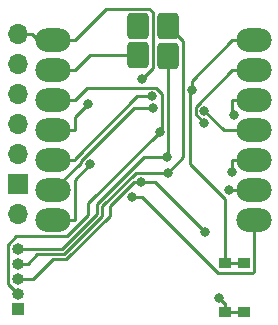
<source format=gbr>
%TF.GenerationSoftware,KiCad,Pcbnew,(7.0.0-0)*%
%TF.CreationDate,2023-03-02T20:45:30+01:00*%
%TF.ProjectId,OpenKNXiaO-Mini,4f70656e-4b4e-4586-9961-4f2d4d696e69,1.3*%
%TF.SameCoordinates,Original*%
%TF.FileFunction,Copper,L2,Bot*%
%TF.FilePolarity,Positive*%
%FSLAX46Y46*%
G04 Gerber Fmt 4.6, Leading zero omitted, Abs format (unit mm)*
G04 Created by KiCad (PCBNEW (7.0.0-0)) date 2023-03-02 20:45:30*
%MOMM*%
%LPD*%
G01*
G04 APERTURE LIST*
G04 Aperture macros list*
%AMRoundRect*
0 Rectangle with rounded corners*
0 $1 Rounding radius*
0 $2 $3 $4 $5 $6 $7 $8 $9 X,Y pos of 4 corners*
0 Add a 4 corners polygon primitive as box body*
4,1,4,$2,$3,$4,$5,$6,$7,$8,$9,$2,$3,0*
0 Add four circle primitives for the rounded corners*
1,1,$1+$1,$2,$3*
1,1,$1+$1,$4,$5*
1,1,$1+$1,$6,$7*
1,1,$1+$1,$8,$9*
0 Add four rect primitives between the rounded corners*
20,1,$1+$1,$2,$3,$4,$5,0*
20,1,$1+$1,$4,$5,$6,$7,0*
20,1,$1+$1,$6,$7,$8,$9,0*
20,1,$1+$1,$8,$9,$2,$3,0*%
G04 Aperture macros list end*
%TA.AperFunction,ComponentPad*%
%ADD10R,1.000000X1.000000*%
%TD*%
%TA.AperFunction,ComponentPad*%
%ADD11O,1.000000X1.000000*%
%TD*%
%TA.AperFunction,ComponentPad*%
%ADD12O,1.700000X1.700000*%
%TD*%
%TA.AperFunction,ComponentPad*%
%ADD13R,1.700000X1.700000*%
%TD*%
%TA.AperFunction,SMDPad,CuDef*%
%ADD14O,3.000000X2.000000*%
%TD*%
%TA.AperFunction,ComponentPad*%
%ADD15RoundRect,0.270000X-0.630000X-0.830000X0.630000X-0.830000X0.630000X0.830000X-0.630000X0.830000X0*%
%TD*%
%TA.AperFunction,SMDPad,CuDef*%
%ADD16R,1.000000X0.900000*%
%TD*%
%TA.AperFunction,ViaPad*%
%ADD17C,0.800000*%
%TD*%
%TA.AperFunction,Conductor*%
%ADD18C,0.250000*%
%TD*%
G04 APERTURE END LIST*
D10*
%TO.P,J6,1,Pin_1*%
%TO.N,KNX_GND*%
X113139999Y-125349999D03*
D11*
%TO.P,J6,2,Pin_2*%
%TO.N,S_3V3*%
X113139999Y-124079999D03*
%TO.P,J6,3,Pin_3*%
%TO.N,SWCLK*%
X113139999Y-122809999D03*
%TO.P,J6,4,Pin_4*%
%TO.N,SWDIO*%
X113139999Y-121539999D03*
%TO.P,J6,5,Pin_5*%
%TO.N,RESET*%
X113139999Y-120269999D03*
%TD*%
D12*
%TO.P,GN1,1,KNX+*%
%TO.N,KNX+*%
X113139999Y-117309999D03*
D13*
%TO.P,GN1,2,GND*%
%TO.N,KNX_GND*%
X113139999Y-114769999D03*
D12*
%TO.P,GN1,3,SAVE*%
%TO.N,KNX_SAVE*%
X113139999Y-112229999D03*
%TO.P,GN1,4,Rx*%
%TO.N,KNX_RX*%
X113139999Y-109689999D03*
%TO.P,GN1,5,Tx*%
%TO.N,KNX_TX*%
X113139999Y-107149999D03*
%TO.P,GN1,6,3V3*%
%TO.N,unconnected-(GN1-3V3-Pad6)*%
X113139999Y-104609999D03*
%TO.P,GN1,7,Vcc2*%
%TO.N,KNX_5V*%
X113139999Y-102069999D03*
%TD*%
D14*
%TO.P,U1,1,PA02_A0_D0*%
%TO.N,D0*%
X133110013Y-102635785D03*
%TO.P,U1,2,PA4_A1_D1*%
%TO.N,D1*%
X133110013Y-105175785D03*
%TO.P,U1,3,PA10_A2_D2*%
%TO.N,D2*%
X133110013Y-107715785D03*
%TO.P,U1,4,PA11_A3_D3*%
%TO.N,D3*%
X133110013Y-110255785D03*
%TO.P,U1,5,PA8_A4_D4_SDA*%
%TO.N,D4_SDA*%
X133110013Y-112795785D03*
%TO.P,U1,6,PA9_A5_D5_SCL*%
%TO.N,D5_SCL*%
X133110013Y-115335785D03*
%TO.P,U1,7,PB08_A6_D6_TX*%
%TO.N,KNX_RX*%
X133110013Y-117875785D03*
%TO.P,U1,8,PB09_A7_D7_RX*%
%TO.N,KNX_TX*%
X116110013Y-117875785D03*
%TO.P,U1,9,PA7_A8_D8_SCK*%
%TO.N,D8*%
X116110013Y-115335785D03*
%TO.P,U1,10,PA5_A9_D9_MISO*%
%TO.N,D9*%
X116110013Y-112795785D03*
%TO.P,U1,11,PA6_A10_D10_MOSI*%
%TO.N,D10*%
X116110013Y-110255785D03*
%TO.P,U1,12,3V3*%
%TO.N,S_3V3*%
X116110013Y-107715785D03*
%TO.P,U1,13,GND*%
%TO.N,KNX_GND*%
X116110013Y-105175785D03*
%TO.P,U1,14,5V*%
%TO.N,KNX_5V*%
X116110013Y-102635785D03*
D15*
%TO.P,U1,17,PA31_SWDIO*%
%TO.N,SWDIO*%
X125880014Y-101390000D03*
%TO.P,U1,18,PA30_SWCLK*%
%TO.N,SWCLK*%
X123340014Y-101390000D03*
%TO.P,U1,19,RESET*%
%TO.N,RESET*%
X125880014Y-103930000D03*
%TO.P,U1,20,GND*%
%TO.N,KNX_GND*%
X123340014Y-103904954D03*
%TD*%
D16*
%TO.P,SW1,1,1*%
%TO.N,KNX_GND*%
X130699999Y-125629999D03*
X132299999Y-125629999D03*
%TO.P,SW1,2,2*%
%TO.N,D0*%
X130699999Y-121529999D03*
X132299999Y-121529999D03*
%TD*%
D17*
%TO.N,RESET*%
X125759800Y-112502200D03*
%TO.N,SWDIO*%
X125856200Y-113834000D03*
%TO.N,SWCLK*%
X123586800Y-114605700D03*
X128983000Y-118840800D03*
%TO.N,S_3V3*%
X125135100Y-110404100D03*
%TO.N,KNX_5V*%
X123647100Y-105930600D03*
%TO.N,D5_SCL*%
X131005500Y-115335800D03*
%TO.N,D4_SDA*%
X131308800Y-113762500D03*
%TO.N,KNX_GND*%
X130185000Y-124428300D03*
%TO.N,D1*%
X128916700Y-109627300D03*
%TO.N,D2*%
X131438700Y-108930900D03*
%TO.N,D3*%
X128937800Y-108607000D03*
%TO.N,D8*%
X124597000Y-108386500D03*
%TO.N,D9*%
X124535100Y-107386300D03*
%TO.N,D10*%
X119045400Y-108007200D03*
%TO.N,D0*%
X127872500Y-106803600D03*
%TO.N,KNX_TX*%
X119262200Y-113115500D03*
%TO.N,KNX_RX*%
X122769300Y-115866700D03*
%TD*%
D18*
%TO.N,RESET*%
X113140000Y-120270000D02*
X113965100Y-120270000D01*
X125880000Y-112382000D02*
X125880000Y-103930000D01*
X125759800Y-112502200D02*
X125880000Y-112382000D01*
X116854300Y-120270000D02*
X113965100Y-120270000D01*
X119821100Y-117303200D02*
X116854300Y-120270000D01*
X119821100Y-116516200D02*
X119821100Y-117303200D01*
X123835100Y-112502200D02*
X119821100Y-116516200D01*
X125759800Y-112502200D02*
X123835100Y-112502200D01*
%TO.N,SWDIO*%
X113140000Y-121540000D02*
X113965100Y-121540000D01*
X127147300Y-112542900D02*
X125856200Y-113834000D01*
X127147300Y-102657300D02*
X127147300Y-112542900D01*
X125880000Y-101390000D02*
X127147300Y-102657300D01*
X114784900Y-120720200D02*
X113965100Y-121540000D01*
X117061000Y-120720200D02*
X114784900Y-120720200D01*
X120271200Y-117510000D02*
X117061000Y-120720200D01*
X120271200Y-116702700D02*
X120271200Y-117510000D01*
X123139900Y-113834000D02*
X120271200Y-116702700D01*
X125856200Y-113834000D02*
X123139900Y-113834000D01*
%TO.N,SWCLK*%
X123005000Y-114605700D02*
X123586800Y-114605700D01*
X120946400Y-116664300D02*
X123005000Y-114605700D01*
X120946400Y-117471500D02*
X120946400Y-116664300D01*
X117247500Y-121170400D02*
X120946400Y-117471500D01*
X116074100Y-121170400D02*
X117247500Y-121170400D01*
X114434500Y-122810000D02*
X116074100Y-121170400D01*
X113140000Y-122810000D02*
X114434500Y-122810000D01*
X124747900Y-114605700D02*
X128983000Y-118840800D01*
X123586800Y-114605700D02*
X124747900Y-114605700D01*
%TO.N,S_3V3*%
X116110000Y-107715800D02*
X117935100Y-107715800D01*
X125355900Y-110183300D02*
X125135100Y-110404100D01*
X125355900Y-107178200D02*
X125355900Y-110183300D01*
X124838800Y-106661100D02*
X125355900Y-107178200D01*
X118989800Y-106661100D02*
X124838800Y-106661100D01*
X117935100Y-107715800D02*
X118989800Y-106661100D01*
X112312400Y-123252400D02*
X113140000Y-124080000D01*
X112312400Y-119927600D02*
X112312400Y-123252400D01*
X113016800Y-119223200D02*
X112312400Y-119927600D01*
X117264400Y-119223200D02*
X113016800Y-119223200D01*
X119099100Y-117388500D02*
X117264400Y-119223200D01*
X119099100Y-116440100D02*
X119099100Y-117388500D01*
X125135100Y-110404100D02*
X119099100Y-116440100D01*
%TO.N,KNX_5V*%
X113140000Y-102070000D02*
X114315100Y-102070000D01*
X114880900Y-102635800D02*
X114315100Y-102070000D01*
X116110000Y-102635800D02*
X114880900Y-102635800D01*
X116110000Y-102635800D02*
X117935100Y-102635800D01*
X124566200Y-105011500D02*
X123647100Y-105930600D01*
X124566200Y-100254300D02*
X124566200Y-105011500D01*
X124256200Y-99944300D02*
X124566200Y-100254300D01*
X120626600Y-99944300D02*
X124256200Y-99944300D01*
X117935100Y-102635800D02*
X120626600Y-99944300D01*
%TO.N,D5_SCL*%
X133110000Y-115335800D02*
X131284900Y-115335800D01*
X131284900Y-115335800D02*
X131005500Y-115335800D01*
%TO.N,D4_SDA*%
X133110000Y-112795800D02*
X131284900Y-112795800D01*
X131284900Y-113738600D02*
X131308800Y-113762500D01*
X131284900Y-112795800D02*
X131284900Y-113738600D01*
%TO.N,KNX_GND*%
X119205900Y-103905000D02*
X117935100Y-105175800D01*
X123340000Y-103905000D02*
X119205900Y-103905000D01*
X116110000Y-105175800D02*
X117935100Y-105175800D01*
X130700000Y-125630000D02*
X132300000Y-125630000D01*
X130611600Y-124854900D02*
X130185000Y-124428300D01*
X130700000Y-124854900D02*
X130611600Y-124854900D01*
X130700000Y-125630000D02*
X130700000Y-124854900D01*
%TO.N,D1*%
X128196100Y-108906700D02*
X128916700Y-109627300D01*
X128196100Y-108264600D02*
X128196100Y-108906700D01*
X131284900Y-105175800D02*
X128196100Y-108264600D01*
X133110000Y-105175800D02*
X131284900Y-105175800D01*
%TO.N,D2*%
X131284900Y-108777100D02*
X131438700Y-108930900D01*
X131284900Y-107715800D02*
X131284900Y-108777100D01*
X133110000Y-107715800D02*
X131284900Y-107715800D01*
%TO.N,D3*%
X130586600Y-110255800D02*
X128937800Y-108607000D01*
X133110000Y-110255800D02*
X130586600Y-110255800D01*
%TO.N,D8*%
X122955600Y-108386500D02*
X124597000Y-108386500D01*
X118458700Y-112883400D02*
X122955600Y-108386500D01*
X118458700Y-112987100D02*
X118458700Y-112883400D01*
X116110000Y-115335800D02*
X118458700Y-112987100D01*
%TO.N,D9*%
X116110000Y-112795800D02*
X117935100Y-112795800D01*
X123260500Y-107386300D02*
X124535100Y-107386300D01*
X117935100Y-112711700D02*
X123260500Y-107386300D01*
X117935100Y-112795800D02*
X117935100Y-112711700D01*
%TO.N,D10*%
X116110000Y-110255800D02*
X117935100Y-110255800D01*
X117935100Y-109117500D02*
X119045400Y-108007200D01*
X117935100Y-110255800D02*
X117935100Y-109117500D01*
%TO.N,D0*%
X133110000Y-102635800D02*
X131284900Y-102635800D01*
X130700000Y-121530000D02*
X130700000Y-120754900D01*
X127872500Y-106048200D02*
X131284900Y-102635800D01*
X127872500Y-106803600D02*
X127872500Y-106048200D01*
X132300000Y-121530000D02*
X130700000Y-121530000D01*
X127729400Y-106946700D02*
X127872500Y-106803600D01*
X127729400Y-113134900D02*
X127729400Y-106946700D01*
X130700000Y-116105500D02*
X127729400Y-113134900D01*
X130700000Y-120754900D02*
X130700000Y-116105500D01*
%TO.N,KNX_TX*%
X117935100Y-114442600D02*
X119262200Y-113115500D01*
X117935100Y-117875800D02*
X117935100Y-114442600D01*
X116110000Y-117875800D02*
X117935100Y-117875800D01*
%TO.N,KNX_RX*%
X123618100Y-115866700D02*
X122769300Y-115866700D01*
X130056600Y-122305200D02*
X123618100Y-115866700D01*
X133023600Y-122305200D02*
X130056600Y-122305200D01*
X133125200Y-122203600D02*
X133023600Y-122305200D01*
X133125200Y-117891000D02*
X133125200Y-122203600D01*
X133110000Y-117875800D02*
X133125200Y-117891000D01*
%TD*%
M02*

</source>
